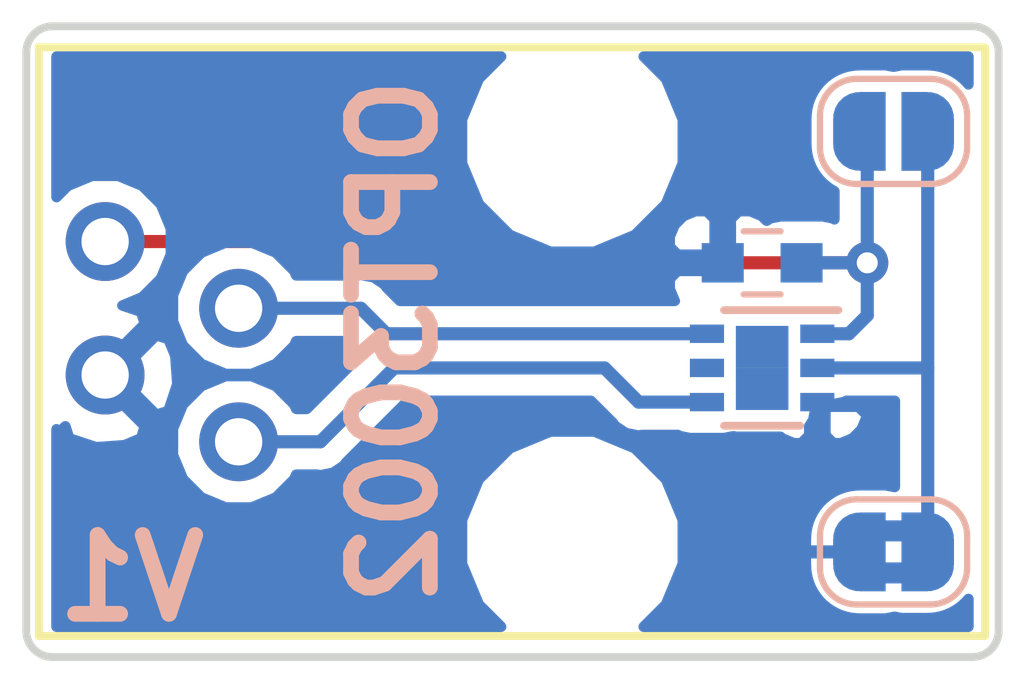
<source format=kicad_pcb>
(kicad_pcb (version 20171130) (host pcbnew "(5.0.0)")

  (general
    (thickness 1.6)
    (drawings 10)
    (tracks 22)
    (zones 0)
    (modules 5)
    (nets 6)
  )

  (page USLetter)
  (title_block
    (title "BME280 Peripheral")
    (date 2018-09-13)
    (rev 1)
    (company "Alex M.")
  )

  (layers
    (0 F.Cu signal)
    (31 B.Cu signal)
    (32 B.Adhes user)
    (33 F.Adhes user)
    (34 B.Paste user)
    (35 F.Paste user)
    (36 B.SilkS user)
    (37 F.SilkS user)
    (38 B.Mask user hide)
    (39 F.Mask user hide)
    (40 Dwgs.User user)
    (41 Cmts.User user)
    (42 Eco1.User user)
    (43 Eco2.User user)
    (44 Edge.Cuts user)
    (45 Margin user)
    (46 B.CrtYd user hide)
    (47 F.CrtYd user hide)
    (48 B.Fab user hide)
    (49 F.Fab user hide)
  )

  (setup
    (last_trace_width 0.25)
    (trace_clearance 0.2)
    (zone_clearance 0.4)
    (zone_45_only no)
    (trace_min 0.2)
    (segment_width 0.2)
    (edge_width 0.15)
    (via_size 0.8)
    (via_drill 0.4)
    (via_min_size 0.4)
    (via_min_drill 0.3)
    (uvia_size 0.3)
    (uvia_drill 0.1)
    (uvias_allowed no)
    (uvia_min_size 0.2)
    (uvia_min_drill 0.1)
    (pcb_text_width 0.3)
    (pcb_text_size 1.5 1.5)
    (mod_edge_width 0.15)
    (mod_text_size 1 1)
    (mod_text_width 0.15)
    (pad_size 1.524 1.524)
    (pad_drill 0.762)
    (pad_to_mask_clearance 0.2)
    (aux_axis_origin 0 0)
    (visible_elements 7FFFFFFF)
    (pcbplotparams
      (layerselection 0x010fc_ffffffff)
      (usegerberextensions false)
      (usegerberattributes false)
      (usegerberadvancedattributes false)
      (creategerberjobfile false)
      (excludeedgelayer true)
      (linewidth 0.100000)
      (plotframeref false)
      (viasonmask false)
      (mode 1)
      (useauxorigin false)
      (hpglpennumber 1)
      (hpglpenspeed 20)
      (hpglpendiameter 15.000000)
      (psnegative false)
      (psa4output false)
      (plotreference true)
      (plotvalue true)
      (plotinvisibletext false)
      (padsonsilk false)
      (subtractmaskfromsilk false)
      (outputformat 1)
      (mirror false)
      (drillshape 1)
      (scaleselection 1)
      (outputdirectory ""))
  )

  (net 0 "")
  (net 1 +3V3)
  (net 2 GND)
  (net 3 SDA)
  (net 4 SCL)
  (net 5 "Net-(J1-Pad2)")

  (net_class Default "This is the default net class."
    (clearance 0.2)
    (trace_width 0.25)
    (via_dia 0.8)
    (via_drill 0.4)
    (uvia_dia 0.3)
    (uvia_drill 0.1)
    (add_net +3V3)
    (add_net GND)
    (add_net "Net-(J1-Pad2)")
    (add_net SCL)
    (add_net SDA)
  )

  (module AlexComponents:A-2004-3-4-LP-N-R (layer F.Cu) (tedit 5B9B0BFE) (tstamp 5B9B19CE)
    (at 136 109.5 90)
    (path /5B9B0A65)
    (fp_text reference X1 (at -4 -2 90) (layer F.SilkS) hide
      (effects (font (size 1 1) (thickness 0.15)))
    )
    (fp_text value RJ22 (at -7 8 180) (layer F.Fab)
      (effects (font (size 1 1) (thickness 0.15)))
    )
    (fp_line (start -5.6 -1.26) (end 5.6 -1.26) (layer F.SilkS) (width 0.15))
    (fp_line (start 5.6 -1.27) (end 5.6 16.74) (layer F.SilkS) (width 0.15))
    (fp_line (start -5.6 16.74) (end -5.6 -1.26) (layer F.SilkS) (width 0.15))
    (fp_line (start -5.6 16.74) (end 5.6 16.74) (layer F.SilkS) (width 0.15))
    (pad 4 thru_hole circle (at 1.905 0 90) (size 1.5 1.5) (drill 0.9) (layers *.Cu *.Mask)
      (net 1 +3V3))
    (pad 2 thru_hole circle (at -0.635 0 90) (size 1.5 1.5) (drill 0.9) (layers *.Cu *.Mask)
      (net 2 GND))
    (pad 1 thru_hole circle (at -1.905 2.54 90) (size 1.5 1.5) (drill 0.9) (layers *.Cu *.Mask)
      (net 4 SCL))
    (pad 3 thru_hole circle (at 0.635 2.54 90) (size 1.5 1.5) (drill 0.9) (layers *.Cu *.Mask)
      (net 3 SDA))
    (pad "" np_thru_hole circle (at -3.81 8.89 90) (size 3.2 3.2) (drill 3.2) (layers *.Cu *.Mask))
    (pad "" np_thru_hole circle (at 3.81 8.89 90) (size 3.2 3.2) (drill 3.2) (layers *.Cu *.Mask))
  )

  (module Capacitors_SMD:C_0603 (layer B.Cu) (tedit 5B9B0C00) (tstamp 5B9B1F26)
    (at 148.5 108 180)
    (descr "Capacitor SMD 0603, reflow soldering, AVX (see smccp.pdf)")
    (tags "capacitor 0603")
    (path /5B9B0BF6)
    (attr smd)
    (fp_text reference C1 (at 0 1.5 180) (layer B.SilkS) hide
      (effects (font (size 1 1) (thickness 0.15)) (justify mirror))
    )
    (fp_text value 100u (at 0 -1.5 180) (layer B.Fab)
      (effects (font (size 1 1) (thickness 0.15)) (justify mirror))
    )
    (fp_text user %R (at 0 0 180) (layer B.Fab)
      (effects (font (size 0.3 0.3) (thickness 0.075)) (justify mirror))
    )
    (fp_line (start -0.8 -0.4) (end -0.8 0.4) (layer B.Fab) (width 0.1))
    (fp_line (start 0.8 -0.4) (end -0.8 -0.4) (layer B.Fab) (width 0.1))
    (fp_line (start 0.8 0.4) (end 0.8 -0.4) (layer B.Fab) (width 0.1))
    (fp_line (start -0.8 0.4) (end 0.8 0.4) (layer B.Fab) (width 0.1))
    (fp_line (start -0.35 0.6) (end 0.35 0.6) (layer B.SilkS) (width 0.12))
    (fp_line (start 0.35 -0.6) (end -0.35 -0.6) (layer B.SilkS) (width 0.12))
    (fp_line (start -1.4 0.65) (end 1.4 0.65) (layer B.CrtYd) (width 0.05))
    (fp_line (start -1.4 0.65) (end -1.4 -0.65) (layer B.CrtYd) (width 0.05))
    (fp_line (start 1.4 -0.65) (end 1.4 0.65) (layer B.CrtYd) (width 0.05))
    (fp_line (start 1.4 -0.65) (end -1.4 -0.65) (layer B.CrtYd) (width 0.05))
    (pad 1 smd rect (at -0.75 0 180) (size 0.8 0.75) (layers B.Cu B.Paste B.Mask)
      (net 1 +3V3))
    (pad 2 smd rect (at 0.75 0 180) (size 0.8 0.75) (layers B.Cu B.Paste B.Mask)
      (net 2 GND))
    (model Capacitors_SMD.3dshapes/C_0603.wrl
      (at (xyz 0 0 0))
      (scale (xyz 1 1 1))
      (rotate (xyz 0 0 0))
    )
  )

  (module Housings_DFN_QFN:DFN-6-1EP_2x2mm_Pitch0.65mm (layer B.Cu) (tedit 5B9B0C03) (tstamp 5B9B2349)
    (at 148.5 110 180)
    (descr "6-Lead Plastic Dual Flat, No Lead Package (MA) - 2x2x0.9 mm Body [DFN] (see Microchip Packaging Specification 00000049BS.pdf)")
    (tags "DFN 0.65")
    (path /5B9B0B68)
    (attr smd)
    (fp_text reference U1 (at 0 2.025 180) (layer B.SilkS) hide
      (effects (font (size 1 1) (thickness 0.15)) (justify mirror))
    )
    (fp_text value OPT3002 (at 0 -2.025 180) (layer B.Fab)
      (effects (font (size 1 1) (thickness 0.15)) (justify mirror))
    )
    (fp_line (start -1.45 1.1) (end 0.725 1.1) (layer B.SilkS) (width 0.15))
    (fp_line (start -0.725 -1.1) (end 0.725 -1.1) (layer B.SilkS) (width 0.15))
    (fp_line (start -1.65 -1.25) (end 1.65 -1.25) (layer B.CrtYd) (width 0.05))
    (fp_line (start -1.65 1.25) (end 1.65 1.25) (layer B.CrtYd) (width 0.05))
    (fp_line (start 1.65 1.25) (end 1.65 -1.25) (layer B.CrtYd) (width 0.05))
    (fp_line (start -1.65 1.25) (end -1.65 -1.25) (layer B.CrtYd) (width 0.05))
    (fp_line (start -1 0) (end 0 1) (layer B.Fab) (width 0.15))
    (fp_line (start -1 -1) (end -1 0) (layer B.Fab) (width 0.15))
    (fp_line (start 1 -1) (end -1 -1) (layer B.Fab) (width 0.15))
    (fp_line (start 1 1) (end 1 -1) (layer B.Fab) (width 0.15))
    (fp_line (start 0 1) (end 1 1) (layer B.Fab) (width 0.15))
    (pad 7 smd rect (at 0 0.4 180) (size 1 0.8) (layers B.Cu B.Paste B.Mask)
      (solder_paste_margin_ratio -0.2))
    (pad 7 smd rect (at 0 -0.4 180) (size 1 0.8) (layers B.Cu B.Paste B.Mask)
      (solder_paste_margin_ratio -0.2))
    (pad 6 smd rect (at 1.05 0.65 180) (size 0.65 0.35) (layers B.Cu B.Paste B.Mask)
      (net 3 SDA))
    (pad 5 smd rect (at 1.05 0 180) (size 0.65 0.35) (layers B.Cu B.Paste B.Mask))
    (pad 4 smd rect (at 1.05 -0.65 180) (size 0.65 0.35) (layers B.Cu B.Paste B.Mask)
      (net 4 SCL))
    (pad 3 smd rect (at -1.05 -0.65 180) (size 0.65 0.35) (layers B.Cu B.Paste B.Mask)
      (net 2 GND))
    (pad 2 smd rect (at -1.05 0 180) (size 0.65 0.35) (layers B.Cu B.Paste B.Mask)
      (net 5 "Net-(J1-Pad2)"))
    (pad 1 smd rect (at -1.05 0.65 180) (size 0.65 0.35) (layers B.Cu B.Paste B.Mask)
      (net 1 +3V3))
    (model ${KISYS3DMOD}/Housings_DFN_QFN.3dshapes/DFN-6-1EP_2x2mm_Pitch0.65mm.wrl
      (at (xyz 0 0 0))
      (scale (xyz 1 1 1))
      (rotate (xyz 0 0 0))
    )
  )

  (module Jumper:SolderJumper-2_P1.3mm_Open_RoundedPad1.0x1.5mm (layer B.Cu) (tedit 5B9B1018) (tstamp 5B9B1282)
    (at 151 105.5)
    (descr "SMD Solder Jumper, 1x1.5mm, rounded Pads, 0.3mm gap, open")
    (tags "solder jumper open")
    (path /5B9B125A)
    (attr virtual)
    (fp_text reference J1 (at 0 1.8) (layer B.SilkS) hide
      (effects (font (size 1 1) (thickness 0.15)) (justify mirror))
    )
    (fp_text value NO (at 0 -1.9) (layer B.Fab)
      (effects (font (size 1 1) (thickness 0.15)) (justify mirror))
    )
    (fp_arc (start 0.7 0.3) (end 1.4 0.3) (angle 90) (layer B.SilkS) (width 0.12))
    (fp_arc (start 0.7 -0.3) (end 0.7 -1) (angle 90) (layer B.SilkS) (width 0.12))
    (fp_arc (start -0.7 -0.3) (end -1.4 -0.3) (angle 90) (layer B.SilkS) (width 0.12))
    (fp_arc (start -0.7 0.3) (end -0.7 1) (angle 90) (layer B.SilkS) (width 0.12))
    (fp_line (start -1.4 -0.3) (end -1.4 0.3) (layer B.SilkS) (width 0.12))
    (fp_line (start 0.7 -1) (end -0.7 -1) (layer B.SilkS) (width 0.12))
    (fp_line (start 1.4 0.3) (end 1.4 -0.3) (layer B.SilkS) (width 0.12))
    (fp_line (start -0.7 1) (end 0.7 1) (layer B.SilkS) (width 0.12))
    (fp_line (start -1.65 1.25) (end 1.65 1.25) (layer B.CrtYd) (width 0.05))
    (fp_line (start -1.65 1.25) (end -1.65 -1.25) (layer B.CrtYd) (width 0.05))
    (fp_line (start 1.65 -1.25) (end 1.65 1.25) (layer B.CrtYd) (width 0.05))
    (fp_line (start 1.65 -1.25) (end -1.65 -1.25) (layer B.CrtYd) (width 0.05))
    (pad 1 smd custom (at -0.65 0) (size 1 0.5) (layers B.Cu B.Mask)
      (net 1 +3V3) (zone_connect 0)
      (options (clearance outline) (anchor rect))
      (primitives
        (gr_circle (center 0 -0.25) (end 0.5 -0.25) (width 0))
        (gr_circle (center 0 0.25) (end 0.5 0.25) (width 0))
        (gr_poly (pts
           (xy 0 0.75) (xy 0.5 0.75) (xy 0.5 -0.75) (xy 0 -0.75)) (width 0))
      ))
    (pad 2 smd custom (at 0.65 0) (size 1 0.5) (layers B.Cu B.Mask)
      (net 5 "Net-(J1-Pad2)") (zone_connect 0)
      (options (clearance outline) (anchor rect))
      (primitives
        (gr_circle (center 0 -0.25) (end 0.5 -0.25) (width 0))
        (gr_circle (center 0 0.25) (end 0.5 0.25) (width 0))
        (gr_poly (pts
           (xy 0 0.75) (xy -0.5 0.75) (xy -0.5 -0.75) (xy 0 -0.75)) (width 0))
      ))
  )

  (module Jumper:SolderJumper-2_P1.3mm_Bridged2Bar_RoundedPad1.0x1.5mm (layer B.Cu) (tedit 5B9B101B) (tstamp 5B9B1294)
    (at 151 113.5)
    (descr "SMD Solder Jumper, 1x1.5mm, rounded Pads, 0.3mm gap, bridged with 2 copper strips")
    (tags "solder jumper open")
    (path /5B9B12E2)
    (attr virtual)
    (fp_text reference J2 (at 0 1.8) (layer B.SilkS) hide
      (effects (font (size 1 1) (thickness 0.15)) (justify mirror))
    )
    (fp_text value NC (at 0 -1.9) (layer B.Fab)
      (effects (font (size 1 1) (thickness 0.15)) (justify mirror))
    )
    (fp_arc (start 0.7 0.3) (end 1.4 0.3) (angle 90) (layer B.SilkS) (width 0.12))
    (fp_arc (start 0.7 -0.3) (end 0.7 -1) (angle 90) (layer B.SilkS) (width 0.12))
    (fp_arc (start -0.7 -0.3) (end -1.4 -0.3) (angle 90) (layer B.SilkS) (width 0.12))
    (fp_arc (start -0.7 0.3) (end -0.7 1) (angle 90) (layer B.SilkS) (width 0.12))
    (fp_line (start -1.4 -0.3) (end -1.4 0.3) (layer B.SilkS) (width 0.12))
    (fp_line (start 0.7 -1) (end -0.7 -1) (layer B.SilkS) (width 0.12))
    (fp_line (start 1.4 0.3) (end 1.4 -0.3) (layer B.SilkS) (width 0.12))
    (fp_line (start -0.7 1) (end 0.7 1) (layer B.SilkS) (width 0.12))
    (fp_line (start -1.65 1.25) (end 1.65 1.25) (layer B.CrtYd) (width 0.05))
    (fp_line (start -1.65 1.25) (end -1.65 -1.25) (layer B.CrtYd) (width 0.05))
    (fp_line (start 1.65 -1.25) (end 1.65 1.25) (layer B.CrtYd) (width 0.05))
    (fp_line (start 1.65 -1.25) (end -1.65 -1.25) (layer B.CrtYd) (width 0.05))
    (pad 1 smd custom (at -0.65 0) (size 1 0.5) (layers B.Cu B.Mask)
      (net 2 GND) (zone_connect 0)
      (options (clearance outline) (anchor rect))
      (primitives
        (gr_circle (center 0 -0.25) (end 0.5 -0.25) (width 0))
        (gr_circle (center 0 0.25) (end 0.5 0.25) (width 0))
        (gr_poly (pts
           (xy 0.5 -0.75) (xy 0.5 0.75) (xy 0 0.75) (xy 0 -0.75)) (width 0))
        (gr_poly (pts
           (xy 0.4 -0.2) (xy 0.9 -0.2) (xy 0.9 -0.6) (xy 0.4 -0.6)) (width 0))
        (gr_poly (pts
           (xy 0.4 0.6) (xy 0.9 0.6) (xy 0.9 0.2) (xy 0.4 0.2)) (width 0))
      ))
    (pad 2 smd custom (at 0.65 0) (size 1 0.5) (layers B.Cu B.Mask)
      (net 5 "Net-(J1-Pad2)") (zone_connect 0)
      (options (clearance outline) (anchor rect))
      (primitives
        (gr_circle (center 0 -0.25) (end 0.5 -0.25) (width 0))
        (gr_circle (center 0 0.25) (end 0.5 0.25) (width 0))
        (gr_poly (pts
           (xy -0.5 -0.75) (xy -0.5 0.75) (xy 0 0.75) (xy 0 -0.75)) (width 0))
      ))
  )

  (gr_text OPT3002 (at 141.5 109.5 90) (layer B.SilkS) (tstamp 5B9B2EAE)
    (effects (font (size 1.5 1.5) (thickness 0.3)) (justify mirror))
  )
  (gr_text V1 (at 136.5 114) (layer B.SilkS)
    (effects (font (size 1.5 1.5) (thickness 0.3)) (justify mirror))
  )
  (gr_line (start 134.5 115) (end 134.5 104) (layer Edge.Cuts) (width 0.15))
  (gr_line (start 152.5 115.5) (end 135 115.5) (layer Edge.Cuts) (width 0.15))
  (gr_line (start 153 104) (end 153 115) (layer Edge.Cuts) (width 0.15))
  (gr_line (start 135 103.5) (end 152.5 103.5) (layer Edge.Cuts) (width 0.15))
  (gr_arc (start 135 104) (end 135 103.5) (angle -90) (layer Edge.Cuts) (width 0.15) (tstamp 5B9B19F1))
  (gr_arc (start 152.5 104) (end 153 104) (angle -90) (layer Edge.Cuts) (width 0.15) (tstamp 5B9B19ED))
  (gr_arc (start 152.5 115) (end 152.5 115.5) (angle -90) (layer Edge.Cuts) (width 0.15))
  (gr_arc (start 135 115) (end 134.5 115) (angle -90) (layer Edge.Cuts) (width 0.15))

  (segment (start 149.55 109.35) (end 150.15 109.35) (width 0.25) (layer B.Cu) (net 1))
  (via (at 150.5 108) (size 0.8) (drill 0.4) (layers F.Cu B.Cu) (net 1))
  (segment (start 150.15 109.35) (end 150.5 109) (width 0.25) (layer B.Cu) (net 1))
  (segment (start 150.5 109) (end 150.5 108) (width 0.25) (layer B.Cu) (net 1))
  (segment (start 150.5 108) (end 149.25 108) (width 0.25) (layer B.Cu) (net 1))
  (segment (start 150.5 105.65) (end 150.35 105.5) (width 0.25) (layer B.Cu) (net 1))
  (segment (start 150.5 108) (end 150.5 105.65) (width 0.25) (layer B.Cu) (net 1))
  (segment (start 141.595 107.595) (end 136 107.595) (width 0.25) (layer F.Cu) (net 1))
  (segment (start 150.5 108) (end 142 108) (width 0.25) (layer F.Cu) (net 1))
  (segment (start 142 108) (end 141.595 107.595) (width 0.25) (layer F.Cu) (net 1))
  (segment (start 150.35 113.5) (end 148.5 113.5) (width 0.25) (layer B.Cu) (net 2))
  (segment (start 147.45 109.35) (end 141.35 109.35) (width 0.25) (layer B.Cu) (net 3))
  (segment (start 140.865 108.865) (end 138.54 108.865) (width 0.25) (layer B.Cu) (net 3))
  (segment (start 141.35 109.35) (end 140.865 108.865) (width 0.25) (layer B.Cu) (net 3))
  (segment (start 147.45 110.65) (end 146.15 110.65) (width 0.25) (layer B.Cu) (net 4))
  (segment (start 146.15 110.65) (end 145.5 110) (width 0.25) (layer B.Cu) (net 4))
  (segment (start 145.5 110) (end 141.5 110) (width 0.25) (layer B.Cu) (net 4))
  (segment (start 140.095 111.405) (end 141.5 110) (width 0.25) (layer B.Cu) (net 4))
  (segment (start 138.54 111.405) (end 140.095 111.405) (width 0.25) (layer B.Cu) (net 4))
  (segment (start 149.55 110) (end 151.65 110) (width 0.25) (layer B.Cu) (net 5))
  (segment (start 151.65 105.5) (end 151.65 110) (width 0.25) (layer B.Cu) (net 5))
  (segment (start 151.65 110) (end 151.65 113.5) (width 0.25) (layer B.Cu) (net 5))

  (zone (net 2) (net_name GND) (layer B.Cu) (tstamp 5B9B2C9A) (hatch edge 0.508)
    (connect_pads (clearance 0.4))
    (min_thickness 0.2)
    (fill yes (arc_segments 16) (thermal_gap 0.508) (thermal_bridge_width 0.508))
    (polygon
      (pts
        (xy 134 116) (xy 153.5 116) (xy 153.5 103) (xy 134 103)
      )
    )
    (filled_polygon
      (pts
        (xy 143.109706 104.500446) (xy 142.79 105.272284) (xy 142.79 106.107716) (xy 143.109706 106.879554) (xy 143.700446 107.470294)
        (xy 144.472284 107.79) (xy 145.307716 107.79) (xy 145.99803 107.504062) (xy 146.742 107.504062) (xy 146.742 107.694)
        (xy 146.894 107.846) (xy 147.596 107.846) (xy 147.596 107.169) (xy 147.444 107.017) (xy 147.229061 107.017)
        (xy 147.005595 107.109563) (xy 146.834562 107.280596) (xy 146.742 107.504062) (xy 145.99803 107.504062) (xy 146.079554 107.470294)
        (xy 146.670294 106.879554) (xy 146.99 106.107716) (xy 146.99 105.272284) (xy 146.670294 104.500446) (xy 146.244848 104.075)
        (xy 152.425 104.075) (xy 152.425 104.606459) (xy 152.396985 104.572323) (xy 152.327677 104.503015) (xy 152.250425 104.439615)
        (xy 152.168926 104.385159) (xy 152.080786 104.338048) (xy 151.99023 104.300539) (xy 151.894598 104.27153) (xy 151.798465 104.252408)
        (xy 151.699009 104.242612) (xy 151.662106 104.242612) (xy 151.65 104.240204) (xy 151.15 104.240204) (xy 151 104.270041)
        (xy 150.85 104.240204) (xy 150.35 104.240204) (xy 150.337894 104.242612) (xy 150.300991 104.242612) (xy 150.201535 104.252408)
        (xy 150.105402 104.27153) (xy 150.00977 104.300539) (xy 149.919214 104.338048) (xy 149.831074 104.385159) (xy 149.749575 104.439615)
        (xy 149.672323 104.503015) (xy 149.603015 104.572323) (xy 149.539615 104.649575) (xy 149.485159 104.731074) (xy 149.438048 104.819214)
        (xy 149.400539 104.90977) (xy 149.37153 105.005402) (xy 149.352408 105.101535) (xy 149.342612 105.200991) (xy 149.342612 105.237894)
        (xy 149.340204 105.25) (xy 149.340204 105.75) (xy 149.342612 105.762106) (xy 149.342612 105.799009) (xy 149.352408 105.898465)
        (xy 149.37153 105.994598) (xy 149.400539 106.09023) (xy 149.438048 106.180786) (xy 149.485159 106.268926) (xy 149.539615 106.350425)
        (xy 149.603015 106.427677) (xy 149.672323 106.496985) (xy 149.749575 106.560385) (xy 149.831074 106.614841) (xy 149.875001 106.63832)
        (xy 149.875 107.173996) (xy 149.84509 107.154011) (xy 149.65 107.115205) (xy 148.85 107.115205) (xy 148.65491 107.154011)
        (xy 148.585339 107.200497) (xy 148.494405 107.109563) (xy 148.270939 107.017) (xy 148.056 107.017) (xy 147.904 107.169)
        (xy 147.904 107.846) (xy 147.924 107.846) (xy 147.924 108.154) (xy 147.904 108.154) (xy 147.904 108.174)
        (xy 147.596 108.174) (xy 147.596 108.154) (xy 146.894 108.154) (xy 146.742 108.306) (xy 146.742 108.495938)
        (xy 146.834562 108.719404) (xy 146.840158 108.725) (xy 141.608883 108.725) (xy 141.350472 108.46659) (xy 141.3156 108.4144)
        (xy 141.108863 108.276263) (xy 140.926555 108.24) (xy 140.865 108.227756) (xy 140.803445 108.24) (xy 139.634107 108.24)
        (xy 139.599699 108.156932) (xy 139.248068 107.805301) (xy 138.78864 107.615) (xy 138.29136 107.615) (xy 137.831932 107.805301)
        (xy 137.480301 108.156932) (xy 137.29 108.61636) (xy 137.29 109.11364) (xy 137.480301 109.573068) (xy 137.831932 109.924699)
        (xy 138.29136 110.115) (xy 138.78864 110.115) (xy 139.248068 109.924699) (xy 139.599699 109.573068) (xy 139.634107 109.49)
        (xy 140.606118 109.49) (xy 140.864529 109.748412) (xy 140.865801 109.750316) (xy 139.836118 110.78) (xy 139.634107 110.78)
        (xy 139.599699 110.696932) (xy 139.248068 110.345301) (xy 138.78864 110.155) (xy 138.29136 110.155) (xy 137.831932 110.345301)
        (xy 137.480301 110.696932) (xy 137.29 111.15636) (xy 137.29 111.65364) (xy 137.480301 112.113068) (xy 137.831932 112.464699)
        (xy 138.29136 112.655) (xy 138.78864 112.655) (xy 139.248068 112.464699) (xy 139.599699 112.113068) (xy 139.634107 112.03)
        (xy 140.033445 112.03) (xy 140.095 112.042244) (xy 140.156555 112.03) (xy 140.338863 111.993737) (xy 140.5456 111.8556)
        (xy 140.580472 111.80341) (xy 141.758883 110.625) (xy 145.241118 110.625) (xy 145.664529 111.048412) (xy 145.6994 111.1006)
        (xy 145.863129 111.21) (xy 145.906137 111.238737) (xy 146.15 111.287244) (xy 146.211555 111.275) (xy 146.898497 111.275)
        (xy 146.92991 111.295989) (xy 147.125 111.334795) (xy 147.775 111.334795) (xy 147.950341 111.299917) (xy 148 111.309795)
        (xy 148.849953 111.309795) (xy 148.880595 111.340437) (xy 149.104061 111.433) (xy 149.244 111.433) (xy 149.396 111.281)
        (xy 149.396 111.10732) (xy 149.470989 110.99509) (xy 149.509795 110.8) (xy 149.509795 110.7375) (xy 149.704 110.7375)
        (xy 149.704 111.281) (xy 149.856 111.433) (xy 149.995939 111.433) (xy 150.219405 111.340437) (xy 150.390438 111.169404)
        (xy 150.483 110.945938) (xy 150.483 110.8895) (xy 150.331 110.7375) (xy 149.704 110.7375) (xy 149.509795 110.7375)
        (xy 149.509795 110.684795) (xy 149.875 110.684795) (xy 150.07009 110.645989) (xy 150.101503 110.625) (xy 151.025 110.625)
        (xy 151.025001 112.265068) (xy 151.020501 112.265963) (xy 150.85 112.232048) (xy 150.35 112.232048) (xy 150.337894 112.234456)
        (xy 150.300991 112.234456) (xy 150.199944 112.244408) (xy 150.103811 112.26353) (xy 150.006649 112.293004) (xy 149.916093 112.330513)
        (xy 149.826543 112.378378) (xy 149.745044 112.432834) (xy 149.666556 112.497248) (xy 149.597248 112.566556) (xy 149.532834 112.645044)
        (xy 149.478378 112.726543) (xy 149.430513 112.816093) (xy 149.393004 112.906649) (xy 149.36353 113.003811) (xy 149.344408 113.099944)
        (xy 149.334456 113.200991) (xy 149.334456 113.237894) (xy 149.332048 113.25) (xy 149.332048 113.75) (xy 149.334456 113.762106)
        (xy 149.334456 113.799009) (xy 149.344408 113.900056) (xy 149.36353 113.996189) (xy 149.393004 114.093351) (xy 149.430513 114.183907)
        (xy 149.478378 114.273457) (xy 149.532834 114.354956) (xy 149.597248 114.433444) (xy 149.666556 114.502752) (xy 149.745044 114.567166)
        (xy 149.826543 114.621622) (xy 149.916093 114.669487) (xy 150.006649 114.706996) (xy 150.103811 114.73647) (xy 150.199944 114.755592)
        (xy 150.300991 114.765544) (xy 150.337894 114.765544) (xy 150.35 114.767952) (xy 150.85 114.767952) (xy 151.020501 114.734037)
        (xy 151.15 114.759796) (xy 151.65 114.759796) (xy 151.662106 114.757388) (xy 151.699009 114.757388) (xy 151.798465 114.747592)
        (xy 151.894598 114.72847) (xy 151.99023 114.699461) (xy 152.080786 114.661952) (xy 152.168926 114.614841) (xy 152.250425 114.560385)
        (xy 152.327677 114.496985) (xy 152.396985 114.427677) (xy 152.425001 114.39354) (xy 152.425001 114.925) (xy 146.244848 114.925)
        (xy 146.670294 114.499554) (xy 146.99 113.727716) (xy 146.99 112.892284) (xy 146.670294 112.120446) (xy 146.079554 111.529706)
        (xy 145.307716 111.21) (xy 144.472284 111.21) (xy 143.700446 111.529706) (xy 143.109706 112.120446) (xy 142.79 112.892284)
        (xy 142.79 113.727716) (xy 143.109706 114.499554) (xy 143.535152 114.925) (xy 135.075 114.925) (xy 135.075 111.165357)
        (xy 135.131217 111.221574) (xy 135.24414 111.108651) (xy 135.315788 111.338738) (xy 135.828521 111.508945) (xy 136.36736 111.469982)
        (xy 136.684212 111.338738) (xy 136.75586 111.108649) (xy 136 110.352789) (xy 135.985858 110.366931) (xy 135.768069 110.149142)
        (xy 135.782211 110.135) (xy 136.217789 110.135) (xy 136.973649 110.89086) (xy 137.203738 110.819212) (xy 137.373945 110.306479)
        (xy 137.334982 109.76764) (xy 137.203738 109.450788) (xy 136.973649 109.37914) (xy 136.217789 110.135) (xy 135.782211 110.135)
        (xy 135.768069 110.120858) (xy 135.985858 109.903069) (xy 136 109.917211) (xy 136.75586 109.161351) (xy 136.684212 108.931262)
        (xy 136.326813 108.81262) (xy 136.708068 108.654699) (xy 137.059699 108.303068) (xy 137.25 107.84364) (xy 137.25 107.34636)
        (xy 137.059699 106.886932) (xy 136.708068 106.535301) (xy 136.24864 106.345) (xy 135.75136 106.345) (xy 135.291932 106.535301)
        (xy 135.075 106.752233) (xy 135.075 104.075) (xy 143.535152 104.075)
      )
    )
  )
)

</source>
